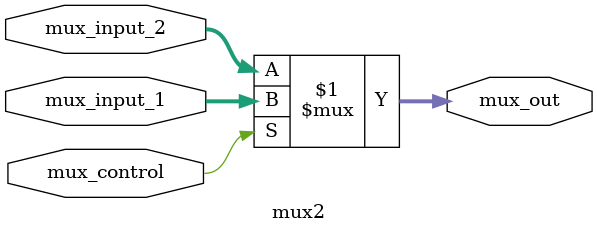
<source format=sv>
module mux2(
input logic [31:0] mux_input_1, 
input logic [31:0] mux_input_2,
input logic mux_control,
output logic [31:0] mux_out);

assign mux_out = (mux_control)?mux_input_1:mux_input_2;
//always_comb begin 
//$display("mux_input1 %d mux_input2 %d mux_control %d mux_out %d ",mux_input_1,mux_input_2,mux_control,mux_out);
//end
endmodule
</source>
